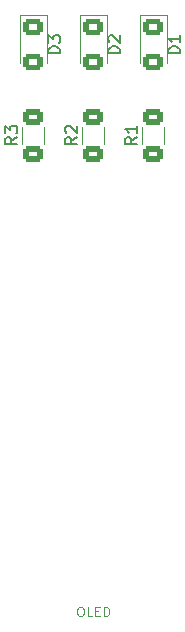
<source format=gto>
G04 #@! TF.GenerationSoftware,KiCad,Pcbnew,8.0.1*
G04 #@! TF.CreationDate,2024-10-21T20:58:36+13:00*
G04 #@! TF.ProjectId,aurorawatchpcb,6175726f-7261-4776-9174-63687063622e,rev?*
G04 #@! TF.SameCoordinates,Original*
G04 #@! TF.FileFunction,Legend,Top*
G04 #@! TF.FilePolarity,Positive*
%FSLAX46Y46*%
G04 Gerber Fmt 4.6, Leading zero omitted, Abs format (unit mm)*
G04 Created by KiCad (PCBNEW 8.0.1) date 2024-10-21 20:58:36*
%MOMM*%
%LPD*%
G01*
G04 APERTURE LIST*
G04 Aperture macros list*
%AMRoundRect*
0 Rectangle with rounded corners*
0 $1 Rounding radius*
0 $2 $3 $4 $5 $6 $7 $8 $9 X,Y pos of 4 corners*
0 Add a 4 corners polygon primitive as box body*
4,1,4,$2,$3,$4,$5,$6,$7,$8,$9,$2,$3,0*
0 Add four circle primitives for the rounded corners*
1,1,$1+$1,$2,$3*
1,1,$1+$1,$4,$5*
1,1,$1+$1,$6,$7*
1,1,$1+$1,$8,$9*
0 Add four rect primitives between the rounded corners*
20,1,$1+$1,$2,$3,$4,$5,0*
20,1,$1+$1,$4,$5,$6,$7,0*
20,1,$1+$1,$6,$7,$8,$9,0*
20,1,$1+$1,$8,$9,$2,$3,0*%
G04 Aperture macros list end*
%ADD10C,0.150000*%
%ADD11C,0.125000*%
%ADD12C,0.120000*%
%ADD13O,1.700000X1.700000*%
%ADD14R,1.700000X1.700000*%
%ADD15O,1.500000X1.500000*%
%ADD16O,1.800000X1.800000*%
%ADD17RoundRect,0.250000X0.625000X-0.400000X0.625000X0.400000X-0.625000X0.400000X-0.625000X-0.400000X0*%
%ADD18C,1.400000*%
%ADD19RoundRect,0.250001X-0.624999X0.462499X-0.624999X-0.462499X0.624999X-0.462499X0.624999X0.462499X0*%
G04 APERTURE END LIST*
D10*
X107854819Y-80456666D02*
X107378628Y-80789999D01*
X107854819Y-81028094D02*
X106854819Y-81028094D01*
X106854819Y-81028094D02*
X106854819Y-80647142D01*
X106854819Y-80647142D02*
X106902438Y-80551904D01*
X106902438Y-80551904D02*
X106950057Y-80504285D01*
X106950057Y-80504285D02*
X107045295Y-80456666D01*
X107045295Y-80456666D02*
X107188152Y-80456666D01*
X107188152Y-80456666D02*
X107283390Y-80504285D01*
X107283390Y-80504285D02*
X107331009Y-80551904D01*
X107331009Y-80551904D02*
X107378628Y-80647142D01*
X107378628Y-80647142D02*
X107378628Y-81028094D01*
X106854819Y-80123332D02*
X106854819Y-79504285D01*
X106854819Y-79504285D02*
X107235771Y-79837618D01*
X107235771Y-79837618D02*
X107235771Y-79694761D01*
X107235771Y-79694761D02*
X107283390Y-79599523D01*
X107283390Y-79599523D02*
X107331009Y-79551904D01*
X107331009Y-79551904D02*
X107426247Y-79504285D01*
X107426247Y-79504285D02*
X107664342Y-79504285D01*
X107664342Y-79504285D02*
X107759580Y-79551904D01*
X107759580Y-79551904D02*
X107807200Y-79599523D01*
X107807200Y-79599523D02*
X107854819Y-79694761D01*
X107854819Y-79694761D02*
X107854819Y-79980475D01*
X107854819Y-79980475D02*
X107807200Y-80075713D01*
X107807200Y-80075713D02*
X107759580Y-80123332D01*
X112934819Y-80456666D02*
X112458628Y-80789999D01*
X112934819Y-81028094D02*
X111934819Y-81028094D01*
X111934819Y-81028094D02*
X111934819Y-80647142D01*
X111934819Y-80647142D02*
X111982438Y-80551904D01*
X111982438Y-80551904D02*
X112030057Y-80504285D01*
X112030057Y-80504285D02*
X112125295Y-80456666D01*
X112125295Y-80456666D02*
X112268152Y-80456666D01*
X112268152Y-80456666D02*
X112363390Y-80504285D01*
X112363390Y-80504285D02*
X112411009Y-80551904D01*
X112411009Y-80551904D02*
X112458628Y-80647142D01*
X112458628Y-80647142D02*
X112458628Y-81028094D01*
X112030057Y-80075713D02*
X111982438Y-80028094D01*
X111982438Y-80028094D02*
X111934819Y-79932856D01*
X111934819Y-79932856D02*
X111934819Y-79694761D01*
X111934819Y-79694761D02*
X111982438Y-79599523D01*
X111982438Y-79599523D02*
X112030057Y-79551904D01*
X112030057Y-79551904D02*
X112125295Y-79504285D01*
X112125295Y-79504285D02*
X112220533Y-79504285D01*
X112220533Y-79504285D02*
X112363390Y-79551904D01*
X112363390Y-79551904D02*
X112934819Y-80123332D01*
X112934819Y-80123332D02*
X112934819Y-79504285D01*
X118014819Y-80456666D02*
X117538628Y-80789999D01*
X118014819Y-81028094D02*
X117014819Y-81028094D01*
X117014819Y-81028094D02*
X117014819Y-80647142D01*
X117014819Y-80647142D02*
X117062438Y-80551904D01*
X117062438Y-80551904D02*
X117110057Y-80504285D01*
X117110057Y-80504285D02*
X117205295Y-80456666D01*
X117205295Y-80456666D02*
X117348152Y-80456666D01*
X117348152Y-80456666D02*
X117443390Y-80504285D01*
X117443390Y-80504285D02*
X117491009Y-80551904D01*
X117491009Y-80551904D02*
X117538628Y-80647142D01*
X117538628Y-80647142D02*
X117538628Y-81028094D01*
X118014819Y-79504285D02*
X118014819Y-80075713D01*
X118014819Y-79789999D02*
X117014819Y-79789999D01*
X117014819Y-79789999D02*
X117157676Y-79885237D01*
X117157676Y-79885237D02*
X117252914Y-79980475D01*
X117252914Y-79980475D02*
X117300533Y-80075713D01*
D11*
X113138095Y-120213595D02*
X113290476Y-120213595D01*
X113290476Y-120213595D02*
X113366666Y-120251690D01*
X113366666Y-120251690D02*
X113442857Y-120327880D01*
X113442857Y-120327880D02*
X113480952Y-120480261D01*
X113480952Y-120480261D02*
X113480952Y-120746928D01*
X113480952Y-120746928D02*
X113442857Y-120899309D01*
X113442857Y-120899309D02*
X113366666Y-120975500D01*
X113366666Y-120975500D02*
X113290476Y-121013595D01*
X113290476Y-121013595D02*
X113138095Y-121013595D01*
X113138095Y-121013595D02*
X113061904Y-120975500D01*
X113061904Y-120975500D02*
X112985714Y-120899309D01*
X112985714Y-120899309D02*
X112947618Y-120746928D01*
X112947618Y-120746928D02*
X112947618Y-120480261D01*
X112947618Y-120480261D02*
X112985714Y-120327880D01*
X112985714Y-120327880D02*
X113061904Y-120251690D01*
X113061904Y-120251690D02*
X113138095Y-120213595D01*
X114204761Y-121013595D02*
X113823809Y-121013595D01*
X113823809Y-121013595D02*
X113823809Y-120213595D01*
X114471428Y-120594547D02*
X114738094Y-120594547D01*
X114852380Y-121013595D02*
X114471428Y-121013595D01*
X114471428Y-121013595D02*
X114471428Y-120213595D01*
X114471428Y-120213595D02*
X114852380Y-120213595D01*
X115195238Y-121013595D02*
X115195238Y-120213595D01*
X115195238Y-120213595D02*
X115385714Y-120213595D01*
X115385714Y-120213595D02*
X115500000Y-120251690D01*
X115500000Y-120251690D02*
X115576190Y-120327880D01*
X115576190Y-120327880D02*
X115614285Y-120404071D01*
X115614285Y-120404071D02*
X115652381Y-120556452D01*
X115652381Y-120556452D02*
X115652381Y-120670738D01*
X115652381Y-120670738D02*
X115614285Y-120823119D01*
X115614285Y-120823119D02*
X115576190Y-120899309D01*
X115576190Y-120899309D02*
X115500000Y-120975500D01*
X115500000Y-120975500D02*
X115385714Y-121013595D01*
X115385714Y-121013595D02*
X115195238Y-121013595D01*
D10*
X111494819Y-73345594D02*
X110494819Y-73345594D01*
X110494819Y-73345594D02*
X110494819Y-73107499D01*
X110494819Y-73107499D02*
X110542438Y-72964642D01*
X110542438Y-72964642D02*
X110637676Y-72869404D01*
X110637676Y-72869404D02*
X110732914Y-72821785D01*
X110732914Y-72821785D02*
X110923390Y-72774166D01*
X110923390Y-72774166D02*
X111066247Y-72774166D01*
X111066247Y-72774166D02*
X111256723Y-72821785D01*
X111256723Y-72821785D02*
X111351961Y-72869404D01*
X111351961Y-72869404D02*
X111447200Y-72964642D01*
X111447200Y-72964642D02*
X111494819Y-73107499D01*
X111494819Y-73107499D02*
X111494819Y-73345594D01*
X110494819Y-72440832D02*
X110494819Y-71821785D01*
X110494819Y-71821785D02*
X110875771Y-72155118D01*
X110875771Y-72155118D02*
X110875771Y-72012261D01*
X110875771Y-72012261D02*
X110923390Y-71917023D01*
X110923390Y-71917023D02*
X110971009Y-71869404D01*
X110971009Y-71869404D02*
X111066247Y-71821785D01*
X111066247Y-71821785D02*
X111304342Y-71821785D01*
X111304342Y-71821785D02*
X111399580Y-71869404D01*
X111399580Y-71869404D02*
X111447200Y-71917023D01*
X111447200Y-71917023D02*
X111494819Y-72012261D01*
X111494819Y-72012261D02*
X111494819Y-72297975D01*
X111494819Y-72297975D02*
X111447200Y-72393213D01*
X111447200Y-72393213D02*
X111399580Y-72440832D01*
X116574819Y-73345594D02*
X115574819Y-73345594D01*
X115574819Y-73345594D02*
X115574819Y-73107499D01*
X115574819Y-73107499D02*
X115622438Y-72964642D01*
X115622438Y-72964642D02*
X115717676Y-72869404D01*
X115717676Y-72869404D02*
X115812914Y-72821785D01*
X115812914Y-72821785D02*
X116003390Y-72774166D01*
X116003390Y-72774166D02*
X116146247Y-72774166D01*
X116146247Y-72774166D02*
X116336723Y-72821785D01*
X116336723Y-72821785D02*
X116431961Y-72869404D01*
X116431961Y-72869404D02*
X116527200Y-72964642D01*
X116527200Y-72964642D02*
X116574819Y-73107499D01*
X116574819Y-73107499D02*
X116574819Y-73345594D01*
X115670057Y-72393213D02*
X115622438Y-72345594D01*
X115622438Y-72345594D02*
X115574819Y-72250356D01*
X115574819Y-72250356D02*
X115574819Y-72012261D01*
X115574819Y-72012261D02*
X115622438Y-71917023D01*
X115622438Y-71917023D02*
X115670057Y-71869404D01*
X115670057Y-71869404D02*
X115765295Y-71821785D01*
X115765295Y-71821785D02*
X115860533Y-71821785D01*
X115860533Y-71821785D02*
X116003390Y-71869404D01*
X116003390Y-71869404D02*
X116574819Y-72440832D01*
X116574819Y-72440832D02*
X116574819Y-71821785D01*
X121654819Y-73345594D02*
X120654819Y-73345594D01*
X120654819Y-73345594D02*
X120654819Y-73107499D01*
X120654819Y-73107499D02*
X120702438Y-72964642D01*
X120702438Y-72964642D02*
X120797676Y-72869404D01*
X120797676Y-72869404D02*
X120892914Y-72821785D01*
X120892914Y-72821785D02*
X121083390Y-72774166D01*
X121083390Y-72774166D02*
X121226247Y-72774166D01*
X121226247Y-72774166D02*
X121416723Y-72821785D01*
X121416723Y-72821785D02*
X121511961Y-72869404D01*
X121511961Y-72869404D02*
X121607200Y-72964642D01*
X121607200Y-72964642D02*
X121654819Y-73107499D01*
X121654819Y-73107499D02*
X121654819Y-73345594D01*
X121654819Y-71821785D02*
X121654819Y-72393213D01*
X121654819Y-72107499D02*
X120654819Y-72107499D01*
X120654819Y-72107499D02*
X120797676Y-72202737D01*
X120797676Y-72202737D02*
X120892914Y-72297975D01*
X120892914Y-72297975D02*
X120940533Y-72393213D01*
D12*
X110130000Y-81017064D02*
X110130000Y-79562936D01*
X108310000Y-81017064D02*
X108310000Y-79562936D01*
X113390000Y-81017064D02*
X113390000Y-79562936D01*
X115210000Y-81017064D02*
X115210000Y-79562936D01*
X120290000Y-81017064D02*
X120290000Y-79562936D01*
X118470000Y-81017064D02*
X118470000Y-79562936D01*
X110355000Y-74207500D02*
X110355000Y-70147500D01*
X108085000Y-70147500D02*
X108085000Y-74207500D01*
X110355000Y-70147500D02*
X108085000Y-70147500D01*
X115435000Y-74207500D02*
X115435000Y-70147500D01*
X113165000Y-70147500D02*
X113165000Y-74207500D01*
X115435000Y-70147500D02*
X113165000Y-70147500D01*
X120515000Y-74207500D02*
X120515000Y-70147500D01*
X118245000Y-70147500D02*
X118245000Y-74207500D01*
X120515000Y-70147500D02*
X118245000Y-70147500D01*
%LPC*%
D13*
X111353800Y-113170200D03*
D14*
X113893800Y-113170200D03*
D13*
X116433800Y-113170200D03*
X105003800Y-65140200D03*
X105003800Y-67680200D03*
D14*
X105003800Y-70220200D03*
D13*
X105003800Y-72760200D03*
X105003800Y-75300200D03*
X105003800Y-77840200D03*
X105003800Y-80380200D03*
D14*
X105003800Y-82920200D03*
D13*
X105003800Y-85460200D03*
X105003800Y-88000200D03*
X105003800Y-90540200D03*
X105003800Y-93080200D03*
D14*
X105003800Y-95620200D03*
D13*
X105003800Y-98160200D03*
X105003800Y-100700200D03*
X105003800Y-103240200D03*
X105003800Y-105780200D03*
D14*
X105003800Y-108320200D03*
D13*
X105003800Y-110860200D03*
X105003800Y-113400200D03*
X122783800Y-113400200D03*
X122783800Y-110860200D03*
D14*
X122783800Y-108320200D03*
D13*
X122783800Y-105780200D03*
X122783800Y-103240200D03*
X122783800Y-100700200D03*
X122783800Y-98160200D03*
D14*
X122783800Y-95620200D03*
D13*
X122783800Y-93080200D03*
X122783800Y-90540200D03*
X122783800Y-88000200D03*
X122783800Y-85460200D03*
D14*
X122783800Y-82920200D03*
D13*
X122783800Y-80380200D03*
X122783800Y-77840200D03*
X122783800Y-75300200D03*
X122783800Y-72760200D03*
D14*
X122783800Y-70220200D03*
D13*
X122783800Y-67680200D03*
X122783800Y-65140200D03*
D15*
X111468800Y-68300200D03*
X116318800Y-68300200D03*
D16*
X116618800Y-65270200D03*
X111168800Y-65270200D03*
D17*
X109220000Y-78740000D03*
X109220000Y-81840000D03*
X114300000Y-81840000D03*
X114300000Y-78740000D03*
X119380000Y-78740000D03*
X119380000Y-81840000D03*
D18*
X118110000Y-123190000D03*
X115570000Y-123190000D03*
X113030000Y-123190000D03*
X110490000Y-123190000D03*
D19*
X109220000Y-74095000D03*
X109220000Y-71120000D03*
X114300000Y-74095000D03*
X114300000Y-71120000D03*
X119380000Y-74095000D03*
X119380000Y-71120000D03*
%LPD*%
M02*

</source>
